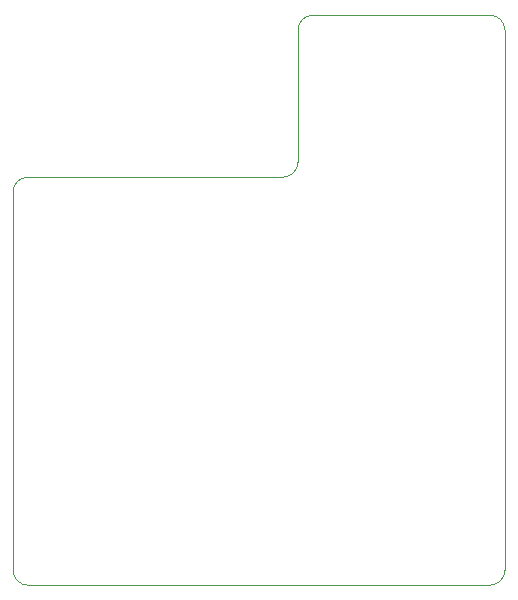
<source format=gm1>
G04*
G04 #@! TF.GenerationSoftware,Altium Limited,Altium Designer,18.0.12 (696)*
G04*
G04 Layer_Color=16711935*
%FSLAX25Y25*%
%MOIN*%
G70*
G01*
G75*
%ADD26C,0.00394*%
D26*
X305000Y181500D02*
G03*
X310000Y186500I0J5000D01*
G01*
X146000D02*
G03*
X151000Y181500I5000J0D01*
G01*
Y317500D02*
G03*
X146000Y312500I0J-5000D01*
G01*
X236000Y317500D02*
G03*
X241000Y322500I0J5000D01*
G01*
X310000Y366500D02*
G03*
X305000Y371500I-5000J0D01*
G01*
X246000D02*
G03*
X241000Y366500I0J-5000D01*
G01*
X151000Y317500D02*
X236000Y317500D01*
X146000Y312500D02*
X146000Y186500D01*
X310000D02*
X310000Y366500D01*
X151000Y181500D02*
X305000Y181500D01*
X246000Y371500D02*
X305000D01*
X241000Y322500D02*
Y366500D01*
M02*

</source>
